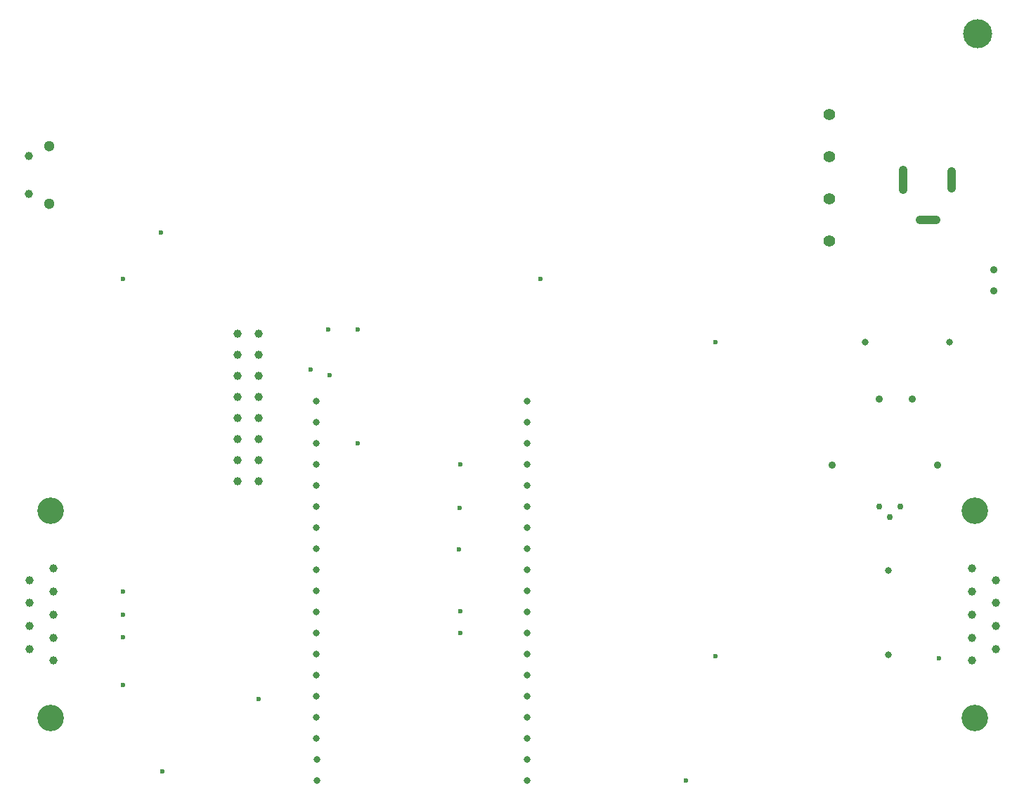
<source format=gbr>
%TF.GenerationSoftware,KiCad,Pcbnew,8.0.3*%
%TF.CreationDate,2024-08-26T17:53:24+02:00*%
%TF.ProjectId,Display-PLAY-Me_2,44697370-6c61-4792-9d50-4c41592d4d65,0.3*%
%TF.SameCoordinates,Original*%
%TF.FileFunction,Plated,1,2,PTH,Mixed*%
%TF.FilePolarity,Positive*%
%FSLAX46Y46*%
G04 Gerber Fmt 4.6, Leading zero omitted, Abs format (unit mm)*
G04 Created by KiCad (PCBNEW 8.0.3) date 2024-08-26 17:53:24*
%MOMM*%
%LPD*%
G01*
G04 APERTURE LIST*
%TA.AperFunction,ViaDrill*%
%ADD10C,0.600000*%
%TD*%
%TA.AperFunction,ComponentDrill*%
%ADD11C,0.750000*%
%TD*%
%TA.AperFunction,ComponentDrill*%
%ADD12C,0.800000*%
%TD*%
%TA.AperFunction,ComponentDrill*%
%ADD13C,0.900000*%
%TD*%
%TA.AperFunction,ComponentDrill*%
%ADD14C,0.990000*%
%TD*%
%TA.AperFunction,ComponentDrill*%
%ADD15C,1.000000*%
%TD*%
G04 aperture for slot hole*
%TA.AperFunction,ComponentDrill*%
%ADD16C,1.000000*%
%TD*%
%TA.AperFunction,ComponentDrill*%
%ADD17C,1.300000*%
%TD*%
%TA.AperFunction,ComponentDrill*%
%ADD18C,1.400000*%
%TD*%
%TA.AperFunction,ComponentDrill*%
%ADD19C,3.200000*%
%TD*%
%TA.AperFunction,ComponentDrill*%
%ADD20C,3.500000*%
%TD*%
G04 APERTURE END LIST*
D10*
X101854000Y-82550000D03*
X101854000Y-120230000D03*
X101854000Y-123000000D03*
X101854000Y-125730000D03*
X101854000Y-131500000D03*
X106425000Y-76925000D03*
X106600000Y-141900000D03*
X118247500Y-133212500D03*
X124460000Y-93472000D03*
X126619000Y-88646000D03*
X126746000Y-94107000D03*
X130175000Y-88646000D03*
X130175000Y-102362000D03*
X142375000Y-115100000D03*
X142475000Y-110150000D03*
X142525000Y-104900000D03*
X142525000Y-122575000D03*
X142550000Y-125250000D03*
X152146000Y-82550000D03*
X169670000Y-143000000D03*
X173228000Y-90170000D03*
X173228000Y-128016000D03*
X200152000Y-128270000D03*
D11*
%TO.C,Q1*%
X193000000Y-110000000D03*
X194280000Y-111270000D03*
X195540000Y-110000000D03*
D12*
%TO.C,U1*%
X125218320Y-97280000D03*
X125218320Y-99820000D03*
X125218320Y-102360000D03*
X125218320Y-104900000D03*
X125218320Y-107440000D03*
X125218320Y-109980000D03*
X125218320Y-112520000D03*
X125218320Y-115060000D03*
X125218320Y-117600000D03*
X125218320Y-120140000D03*
X125218320Y-122680000D03*
X125218320Y-125220000D03*
X125218320Y-127760000D03*
X125218320Y-130300000D03*
X125218320Y-132840000D03*
X125218320Y-135380000D03*
X125218320Y-137920000D03*
X125222000Y-140457280D03*
X125222000Y-142997280D03*
X150618320Y-97280000D03*
X150618320Y-99820000D03*
X150618320Y-102360000D03*
X150618320Y-104900000D03*
X150618320Y-107440000D03*
X150618320Y-109980000D03*
X150618320Y-112520000D03*
X150618320Y-115060000D03*
X150618320Y-117600000D03*
X150618320Y-120140000D03*
X150618320Y-122680000D03*
X150618320Y-125220000D03*
X150618320Y-127760000D03*
X150618320Y-130300000D03*
X150618320Y-132840000D03*
X150618320Y-135380000D03*
X150618320Y-137920000D03*
X150618320Y-140460000D03*
X150618320Y-143000000D03*
%TO.C,R3*%
X191262000Y-90170000D03*
%TO.C,R1*%
X194125000Y-117645000D03*
X194125000Y-127805000D03*
%TO.C,R3*%
X201422000Y-90170000D03*
D13*
%TO.C,D2*%
X187300000Y-105000000D03*
%TO.C,BZ1*%
X193000000Y-97000000D03*
X197000000Y-97000000D03*
%TO.C,D2*%
X200000000Y-105000000D03*
%TO.C,D1*%
X206756000Y-81413000D03*
X206756000Y-83953000D03*
D14*
%TO.C,SW1*%
X90510000Y-67760000D03*
X90510000Y-72260000D03*
D15*
%TO.C,J4*%
X90660000Y-118845000D03*
X90660000Y-121615000D03*
X90660000Y-124385000D03*
X90660000Y-127155000D03*
X93500000Y-117460000D03*
X93500000Y-120230000D03*
X93500000Y-123000000D03*
X93500000Y-125770000D03*
X93500000Y-128540000D03*
%TO.C,J2*%
X115707500Y-89110000D03*
X115707500Y-91650000D03*
X115707500Y-94190000D03*
X115707500Y-96730000D03*
X115707500Y-99270000D03*
X115707500Y-101810000D03*
X115707500Y-104350000D03*
X115707500Y-106890000D03*
X118247500Y-89110000D03*
X118247500Y-91650000D03*
X118247500Y-94190000D03*
X118247500Y-96730000D03*
X118247500Y-99270000D03*
X118247500Y-101810000D03*
X118247500Y-104350000D03*
X118247500Y-106890000D03*
D16*
%TO.C,J1*%
X195876000Y-71812000D02*
X195876000Y-69412000D01*
X197876000Y-75412000D02*
X199876000Y-75412000D01*
X201676000Y-71612000D02*
X201676000Y-69612000D01*
D15*
%TO.C,J3*%
X204200000Y-117460000D03*
X204200000Y-120230000D03*
X204200000Y-123000000D03*
X204200000Y-125770000D03*
X204200000Y-128540000D03*
X207040000Y-118845000D03*
X207040000Y-121615000D03*
X207040000Y-124385000D03*
X207040000Y-127155000D03*
D17*
%TO.C,SW1*%
X93000000Y-66510000D03*
X93000000Y-73520000D03*
D18*
%TO.C,J6*%
X186944000Y-62738000D03*
X186944000Y-67818000D03*
X186944000Y-72898000D03*
X186944000Y-77978000D03*
D19*
%TO.C,J4*%
X93200000Y-110500000D03*
X93200000Y-135500000D03*
%TO.C,J3*%
X204500000Y-110500000D03*
X204500000Y-135500000D03*
D20*
%TO.C,H1*%
X204840000Y-53000000D03*
M02*

</source>
